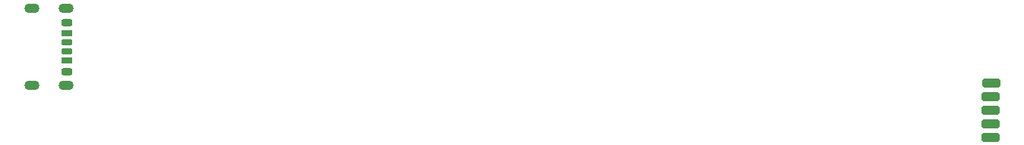
<source format=gbr>
%TF.GenerationSoftware,KiCad,Pcbnew,9.0.2*%
%TF.CreationDate,2025-06-09T13:52:28+08:00*%
%TF.ProjectId,WLED32Hub,574c4544-3332-4487-9562-2e6b69636164,rev?*%
%TF.SameCoordinates,Original*%
%TF.FileFunction,Paste,Top*%
%TF.FilePolarity,Positive*%
%FSLAX46Y46*%
G04 Gerber Fmt 4.6, Leading zero omitted, Abs format (unit mm)*
G04 Created by KiCad (PCBNEW 9.0.2) date 2025-06-09 13:52:28*
%MOMM*%
%LPD*%
G01*
G04 APERTURE LIST*
G04 Aperture macros list*
%AMRoundRect*
0 Rectangle with rounded corners*
0 $1 Rounding radius*
0 $2 $3 $4 $5 $6 $7 $8 $9 X,Y pos of 4 corners*
0 Add a 4 corners polygon primitive as box body*
4,1,4,$2,$3,$4,$5,$6,$7,$8,$9,$2,$3,0*
0 Add four circle primitives for the rounded corners*
1,1,$1+$1,$2,$3*
1,1,$1+$1,$4,$5*
1,1,$1+$1,$6,$7*
1,1,$1+$1,$8,$9*
0 Add four rect primitives between the rounded corners*
20,1,$1+$1,$2,$3,$4,$5,0*
20,1,$1+$1,$4,$5,$6,$7,0*
20,1,$1+$1,$6,$7,$8,$9,0*
20,1,$1+$1,$8,$9,$2,$3,0*%
G04 Aperture macros list end*
%ADD10RoundRect,0.250000X-0.750000X0.250000X-0.750000X-0.250000X0.750000X-0.250000X0.750000X0.250000X0*%
%ADD11RoundRect,0.175000X-0.425000X0.175000X-0.425000X-0.175000X0.425000X-0.175000X0.425000X0.175000X0*%
%ADD12RoundRect,0.190000X0.410000X-0.190000X0.410000X0.190000X-0.410000X0.190000X-0.410000X-0.190000X0*%
%ADD13RoundRect,0.200000X0.400000X-0.200000X0.400000X0.200000X-0.400000X0.200000X-0.400000X-0.200000X0*%
%ADD14RoundRect,0.175000X0.425000X-0.175000X0.425000X0.175000X-0.425000X0.175000X-0.425000X-0.175000X0*%
%ADD15RoundRect,0.190000X-0.410000X0.190000X-0.410000X-0.190000X0.410000X-0.190000X0.410000X0.190000X0*%
%ADD16RoundRect,0.200000X-0.400000X0.200000X-0.400000X-0.200000X0.400000X-0.200000X0.400000X0.200000X0*%
%ADD17O,1.700000X1.100000*%
G04 APERTURE END LIST*
D10*
%TO.C,J19*%
X193461000Y-48006000D03*
X193421000Y-49530000D03*
X193421000Y-51054000D03*
X193421000Y-52578000D03*
X193421000Y-54102000D03*
%TD*%
D11*
%TO.C,J1*%
X90456000Y-43486000D03*
D12*
X90456000Y-45506000D03*
D13*
X90456000Y-46736000D03*
D14*
X90456000Y-44486000D03*
D15*
X90456000Y-42466000D03*
D16*
X90456000Y-41236000D03*
D17*
X90376000Y-39666000D03*
X86576000Y-39666000D03*
X90376000Y-48306000D03*
X86576000Y-48306000D03*
%TD*%
M02*

</source>
